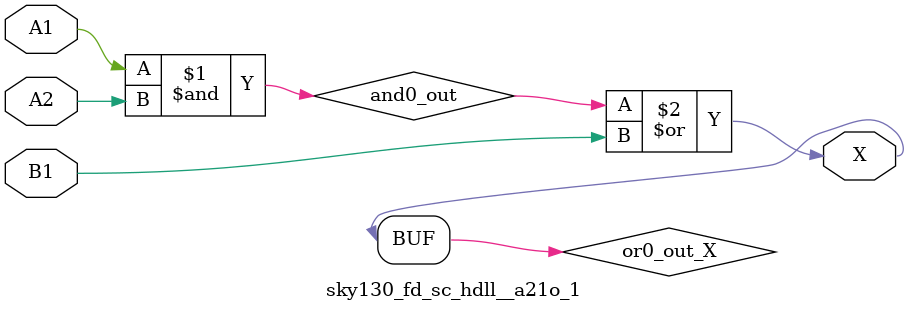
<source format=v>
/*
 * Copyright 2020 The SkyWater PDK Authors
 *
 * Licensed under the Apache License, Version 2.0 (the "License");
 * you may not use this file except in compliance with the License.
 * You may obtain a copy of the License at
 *
 *     https://www.apache.org/licenses/LICENSE-2.0
 *
 * Unless required by applicable law or agreed to in writing, software
 * distributed under the License is distributed on an "AS IS" BASIS,
 * WITHOUT WARRANTIES OR CONDITIONS OF ANY KIND, either express or implied.
 * See the License for the specific language governing permissions and
 * limitations under the License.
 *
 * SPDX-License-Identifier: Apache-2.0
*/


`ifndef SKY130_FD_SC_HDLL__A21O_1_FUNCTIONAL_V
`define SKY130_FD_SC_HDLL__A21O_1_FUNCTIONAL_V

/**
 * a21o: 2-input AND into first input of 2-input OR.
 *
 *       X = ((A1 & A2) | B1)
 *
 * Verilog simulation functional model.
 */

`timescale 1ns / 1ps
`default_nettype none

`celldefine
module sky130_fd_sc_hdll__a21o_1 (
    X ,
    A1,
    A2,
    B1
);

    // Module ports
    output X ;
    input  A1;
    input  A2;
    input  B1;

    // Local signals
    wire and0_out ;
    wire or0_out_X;

    //  Name  Output     Other arguments
    and and0 (and0_out , A1, A2         );
    or  or0  (or0_out_X, and0_out, B1   );
    buf buf0 (X        , or0_out_X      );

endmodule
`endcelldefine

`default_nettype wire
`endif  // SKY130_FD_SC_HDLL__A21O_1_FUNCTIONAL_V

</source>
